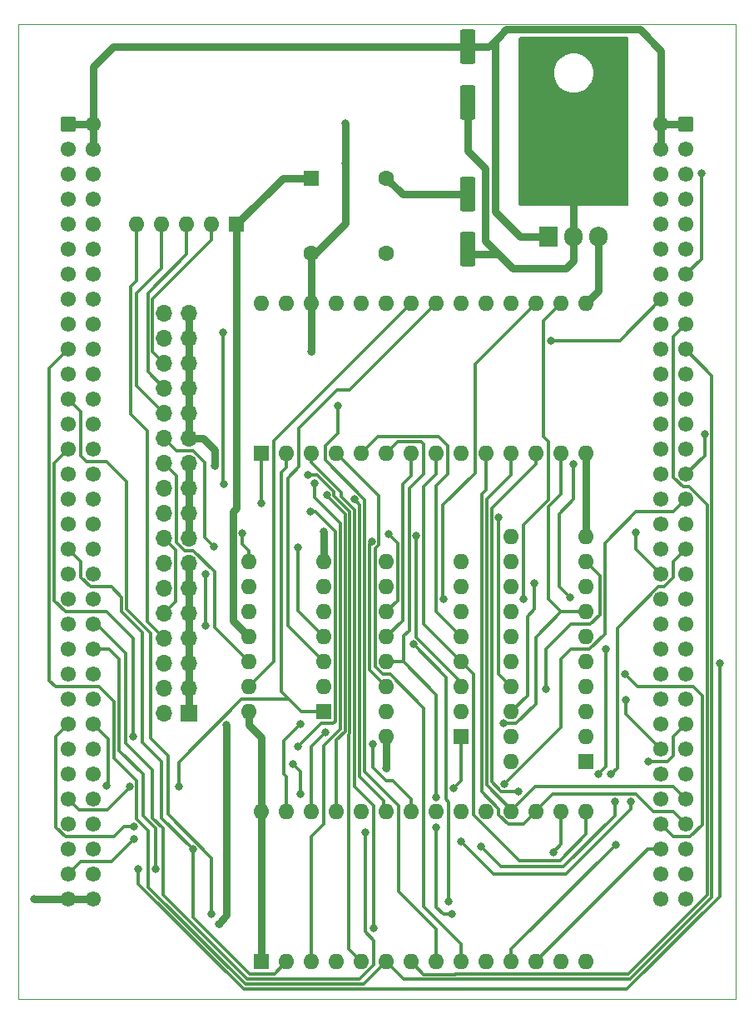
<source format=gbr>
%TF.GenerationSoftware,KiCad,Pcbnew,7.0.11+1*%
%TF.CreationDate,2024-05-07T21:52:51+02:00*%
%TF.ProjectId,QL_MiniTrump3,514c5f4d-696e-4695-9472-756d70332e6b,01*%
%TF.SameCoordinates,Original*%
%TF.FileFunction,Copper,L1,Top*%
%TF.FilePolarity,Positive*%
%FSLAX46Y46*%
G04 Gerber Fmt 4.6, Leading zero omitted, Abs format (unit mm)*
G04 Created by KiCad (PCBNEW 7.0.11+1) date 2024-05-07 21:52:51*
%MOMM*%
%LPD*%
G01*
G04 APERTURE LIST*
G04 Aperture macros list*
%AMRoundRect*
0 Rectangle with rounded corners*
0 $1 Rounding radius*
0 $2 $3 $4 $5 $6 $7 $8 $9 X,Y pos of 4 corners*
0 Add a 4 corners polygon primitive as box body*
4,1,4,$2,$3,$4,$5,$6,$7,$8,$9,$2,$3,0*
0 Add four circle primitives for the rounded corners*
1,1,$1+$1,$2,$3*
1,1,$1+$1,$4,$5*
1,1,$1+$1,$6,$7*
1,1,$1+$1,$8,$9*
0 Add four rect primitives between the rounded corners*
20,1,$1+$1,$2,$3,$4,$5,0*
20,1,$1+$1,$4,$5,$6,$7,0*
20,1,$1+$1,$6,$7,$8,$9,0*
20,1,$1+$1,$8,$9,$2,$3,0*%
G04 Aperture macros list end*
%TA.AperFunction,ComponentPad*%
%ADD10R,1.905000X2.000000*%
%TD*%
%TA.AperFunction,ComponentPad*%
%ADD11O,1.905000X2.000000*%
%TD*%
%TA.AperFunction,ComponentPad*%
%ADD12R,1.600000X1.600000*%
%TD*%
%TA.AperFunction,ComponentPad*%
%ADD13O,1.600000X1.600000*%
%TD*%
%TA.AperFunction,ComponentPad*%
%ADD14RoundRect,0.249999X-0.525001X0.525001X-0.525001X-0.525001X0.525001X-0.525001X0.525001X0.525001X0*%
%TD*%
%TA.AperFunction,ComponentPad*%
%ADD15C,1.550000*%
%TD*%
%TA.AperFunction,ComponentPad*%
%ADD16R,1.700000X1.700000*%
%TD*%
%TA.AperFunction,ComponentPad*%
%ADD17O,1.700000X1.700000*%
%TD*%
%TA.AperFunction,ComponentPad*%
%ADD18RoundRect,0.249999X0.525001X-0.525001X0.525001X0.525001X-0.525001X0.525001X-0.525001X-0.525001X0*%
%TD*%
%TA.AperFunction,SMDPad,CuDef*%
%ADD19RoundRect,0.250000X-0.550000X1.500000X-0.550000X-1.500000X0.550000X-1.500000X0.550000X1.500000X0*%
%TD*%
%TA.AperFunction,ComponentPad*%
%ADD20C,1.600000*%
%TD*%
%TA.AperFunction,ViaPad*%
%ADD21C,0.800000*%
%TD*%
%TA.AperFunction,Conductor*%
%ADD22C,0.750000*%
%TD*%
%TA.AperFunction,Conductor*%
%ADD23C,0.350000*%
%TD*%
%TA.AperFunction,Profile*%
%ADD24C,0.050000*%
%TD*%
G04 APERTURE END LIST*
D10*
%TO.P,U18,1,VI*%
%TO.N,+9V*%
X182372000Y-65913000D03*
D11*
%TO.P,U18,2,GND*%
%TO.N,GND*%
X184912000Y-65913000D03*
%TO.P,U18,3,VO*%
%TO.N,+5V*%
X187452000Y-65913000D03*
%TD*%
D12*
%TO.P,U14,1,VPP*%
%TO.N,+5V*%
X153162000Y-139573000D03*
D13*
%TO.P,U14,2,A12*%
%TO.N,/A12*%
X155702000Y-139573000D03*
%TO.P,U14,3,A7*%
%TO.N,/A7*%
X158242000Y-139573000D03*
%TO.P,U14,4,A6*%
%TO.N,/A6*%
X160782000Y-139573000D03*
%TO.P,U14,5,A5*%
%TO.N,/A5*%
X163322000Y-139573000D03*
%TO.P,U14,6,A4*%
%TO.N,/A4*%
X165862000Y-139573000D03*
%TO.P,U14,7,A3*%
%TO.N,/A3*%
X168402000Y-139573000D03*
%TO.P,U14,8,A2*%
%TO.N,/A2*%
X170942000Y-139573000D03*
%TO.P,U14,9,A1*%
%TO.N,/A1*%
X173482000Y-139573000D03*
%TO.P,U14,10,A0*%
%TO.N,/A0*%
X176022000Y-139573000D03*
%TO.P,U14,11,D0*%
%TO.N,/D0*%
X178562000Y-139573000D03*
%TO.P,U14,12,D1*%
%TO.N,/D1*%
X181102000Y-139573000D03*
%TO.P,U14,13,D2*%
%TO.N,/D2*%
X183642000Y-139573000D03*
%TO.P,U14,14,GND*%
%TO.N,GND*%
X186182000Y-139573000D03*
%TO.P,U14,15,D3*%
%TO.N,/D3*%
X186182000Y-124333000D03*
%TO.P,U14,16,D4*%
%TO.N,/D4*%
X183642000Y-124333000D03*
%TO.P,U14,17,D5*%
%TO.N,/D5*%
X181102000Y-124333000D03*
%TO.P,U14,18,D6*%
%TO.N,/D6*%
X178562000Y-124333000D03*
%TO.P,U14,19,D7*%
%TO.N,/D7*%
X176022000Y-124333000D03*
%TO.P,U14,20,~{CE}*%
%TO.N,/ROM_CE*%
X173482000Y-124333000D03*
%TO.P,U14,21,A10*%
%TO.N,/A10*%
X170942000Y-124333000D03*
%TO.P,U14,22,~{OE}*%
%TO.N,/ROM_OE*%
X168402000Y-124333000D03*
%TO.P,U14,23,A11*%
%TO.N,/A11*%
X165862000Y-124333000D03*
%TO.P,U14,24,A9*%
%TO.N,/A9*%
X163322000Y-124333000D03*
%TO.P,U14,25,A8*%
%TO.N,/A8*%
X160782000Y-124333000D03*
%TO.P,U14,26,A13*%
%TO.N,/A13*%
X158242000Y-124333000D03*
%TO.P,U14,27,A14*%
%TO.N,/A14*%
X155702000Y-124333000D03*
%TO.P,U14,28,VCC*%
%TO.N,+5V*%
X153162000Y-124333000D03*
%TD*%
D14*
%TO.P,J1,a1,Vin*%
%TO.N,+9V*%
X133477000Y-54483000D03*
D15*
%TO.P,J1,a2,-12V*%
%TO.N,unconnected-(J1--12V-Pada2)*%
X133477000Y-57023000D03*
%TO.P,J1,a3,+12V*%
%TO.N,unconnected-(J1-+12V-Pada3)*%
X133477000Y-59563000D03*
%TO.P,J1,a4,SP0*%
%TO.N,/SP0*%
X133477000Y-62103000D03*
%TO.P,J1,a5,SP1*%
%TO.N,/SP1*%
X133477000Y-64643000D03*
%TO.P,J1,a6,~{DSMC}*%
%TO.N,/DSMC*%
X133477000Y-67183000D03*
%TO.P,J1,a7,SP2*%
%TO.N,/SP2*%
X133477000Y-69723000D03*
%TO.P,J1,a8,~{DBG}*%
%TO.N,unconnected-(J1-~{DBG}-Pada8)*%
X133477000Y-72263000D03*
%TO.P,J1,a9,A3*%
%TO.N,/A3*%
X133477000Y-74803000D03*
%TO.P,J1,a10,A4*%
%TO.N,/A4*%
X133477000Y-77343000D03*
%TO.P,J1,a11,A5*%
%TO.N,/A5*%
X133477000Y-79883000D03*
%TO.P,J1,a12,A6*%
%TO.N,/A6*%
X133477000Y-82423000D03*
%TO.P,J1,a13,A7*%
%TO.N,/A7*%
X133477000Y-84963000D03*
%TO.P,J1,a14,A8*%
%TO.N,/A8*%
X133477000Y-87503000D03*
%TO.P,J1,a15,A9*%
%TO.N,/A9*%
X133477000Y-90043000D03*
%TO.P,J1,a16,A10*%
%TO.N,/A10*%
X133477000Y-92583000D03*
%TO.P,J1,a17,A11*%
%TO.N,/A11*%
X133477000Y-95123000D03*
%TO.P,J1,a18,A12*%
%TO.N,/A12*%
X133477000Y-97663000D03*
%TO.P,J1,a19,A13*%
%TO.N,/A13*%
X133477000Y-100203000D03*
%TO.P,J1,a20,A14*%
%TO.N,/A14*%
X133477000Y-102743000D03*
%TO.P,J1,a21,RED*%
%TO.N,unconnected-(J1-RED-Pada21)*%
X133477000Y-105283000D03*
%TO.P,J1,a22,CLKCPU*%
%TO.N,unconnected-(J1-CLKCPU-Pada22)*%
X133477000Y-107823000D03*
%TO.P,J1,a23,A16*%
%TO.N,/A16*%
X133477000Y-110363000D03*
%TO.P,J1,a24,A17*%
%TO.N,/A17*%
X133477000Y-112903000D03*
%TO.P,J1,a25,A18*%
%TO.N,/A18*%
X133477000Y-115443000D03*
%TO.P,J1,a26,A19*%
%TO.N,/A19*%
X133477000Y-117983000D03*
%TO.P,J1,a27,D7*%
%TO.N,/D7*%
X133477000Y-120523000D03*
%TO.P,J1,a28,D6*%
%TO.N,/D6*%
X133477000Y-123063000D03*
%TO.P,J1,a29,D5*%
%TO.N,/D5*%
X133477000Y-125603000D03*
%TO.P,J1,a30,D4*%
%TO.N,/D4*%
X133477000Y-128143000D03*
%TO.P,J1,a31,D3*%
%TO.N,/D3*%
X133477000Y-130683000D03*
%TO.P,J1,a32,GND*%
%TO.N,GND*%
X133477000Y-133223000D03*
%TO.P,J1,b1,Vin*%
%TO.N,+9V*%
X136017000Y-54483000D03*
%TO.P,J1,b2,Vin*%
X136017000Y-57023000D03*
%TO.P,J1,b3,~{EXTINT}*%
%TO.N,/EXTINTL*%
X136017000Y-59563000D03*
%TO.P,J1,b4,~{IPL1}*%
%TO.N,unconnected-(J1-~{IPL1}-Padb4)*%
X136017000Y-62103000D03*
%TO.P,J1,b5,~{BERR}*%
%TO.N,unconnected-(J1-~{BERR}-Padb5)*%
X136017000Y-64643000D03*
%TO.P,J1,b6,~{IPLO}*%
%TO.N,unconnected-(J1-~{IPLO}-Padb6)*%
X136017000Y-67183000D03*
%TO.P,J1,b7,SP3*%
%TO.N,/SP3*%
X136017000Y-69723000D03*
%TO.P,J1,b8,A2*%
%TO.N,/A2*%
X136017000Y-72263000D03*
%TO.P,J1,b9,G9*%
%TO.N,/A1*%
X136017000Y-74803000D03*
%TO.P,J1,b10,ROMOEH*%
%TO.N,unconnected-(J1-ROMOEH-Padb10)*%
X136017000Y-77343000D03*
%TO.P,J1,b11,A0*%
%TO.N,/A0*%
X136017000Y-79883000D03*
%TO.P,J1,b12,FC0*%
%TO.N,unconnected-(J1-FC0-Padb12)*%
X136017000Y-82423000D03*
%TO.P,J1,b13,FC1*%
%TO.N,unconnected-(J1-FC1-Padb13)*%
X136017000Y-84963000D03*
%TO.P,J1,b14,FC2*%
%TO.N,unconnected-(J1-FC2-Padb14)*%
X136017000Y-87503000D03*
%TO.P,J1,b15,BLUE*%
%TO.N,unconnected-(J1-BLUE-Padb15)*%
X136017000Y-90043000D03*
%TO.P,J1,b16,GREEN*%
%TO.N,unconnected-(J1-GREEN-Padb16)*%
X136017000Y-92583000D03*
%TO.P,J1,b17,~{VPA}*%
%TO.N,/VPA*%
X136017000Y-95123000D03*
%TO.P,J1,b18,VSYNCH*%
%TO.N,unconnected-(J1-VSYNCH-Padb18)*%
X136017000Y-97663000D03*
%TO.P,J1,b19,E*%
%TO.N,/E*%
X136017000Y-100203000D03*
%TO.P,J1,b20,~{CSYNC}*%
%TO.N,unconnected-(J1-~{CSYNC}-Padb20)*%
X136017000Y-102743000D03*
%TO.P,J1,b21,~{RESETCPU}*%
%TO.N,/RESET*%
X136017000Y-105283000D03*
%TO.P,J1,b22,A15*%
%TO.N,/A15*%
X136017000Y-107823000D03*
%TO.P,J1,b23,~{BR}*%
%TO.N,unconnected-(J1-~{BR}-Padb23)*%
X136017000Y-110363000D03*
%TO.P,J1,b24,~{BG}*%
%TO.N,unconnected-(J1-~{BG}-Padb24)*%
X136017000Y-112903000D03*
%TO.P,J1,b25,~{DTACK}*%
%TO.N,/DTACKL*%
X136017000Y-115443000D03*
%TO.P,J1,b26,~{DRW}*%
%TO.N,/RW*%
X136017000Y-117983000D03*
%TO.P,J1,b27,~{DS}*%
%TO.N,/DS*%
X136017000Y-120523000D03*
%TO.P,J1,b28,~{AS}*%
%TO.N,unconnected-(J1-~{AS}-Padb28)*%
X136017000Y-123063000D03*
%TO.P,J1,b29,D0*%
%TO.N,/D0*%
X136017000Y-125603000D03*
%TO.P,J1,b30,D1*%
%TO.N,/D1*%
X136017000Y-128143000D03*
%TO.P,J1,b31,D2*%
%TO.N,/D2*%
X136017000Y-130683000D03*
%TO.P,J1,b32,GND*%
%TO.N,GND*%
X136017000Y-133223000D03*
%TD*%
D16*
%TO.P,J2,1,Pin_1*%
%TO.N,GND*%
X145796000Y-114300000D03*
D17*
%TO.P,J2,2,Pin_2*%
%TO.N,unconnected-(J2-Pin_2-Pad2)*%
X143256000Y-114300000D03*
%TO.P,J2,3,Pin_3*%
%TO.N,GND*%
X145796000Y-111760000D03*
%TO.P,J2,4,Pin_4*%
%TO.N,unconnected-(J2-Pin_4-Pad4)*%
X143256000Y-111760000D03*
%TO.P,J2,5,Pin_5*%
%TO.N,GND*%
X145796000Y-109220000D03*
%TO.P,J2,6,Pin_6*%
%TO.N,unconnected-(J2-Pin_6-Pad6)*%
X143256000Y-109220000D03*
%TO.P,J2,7,Pin_7*%
%TO.N,GND*%
X145796000Y-106680000D03*
%TO.P,J2,8,Pin_8*%
%TO.N,/FDC_IP*%
X143256000Y-106680000D03*
%TO.P,J2,9,Pin_9*%
%TO.N,GND*%
X145796000Y-104140000D03*
%TO.P,J2,10,Pin_10*%
%TO.N,/MOTOR_ON*%
X143256000Y-104140000D03*
%TO.P,J2,11,Pin_11*%
%TO.N,GND*%
X145796000Y-101600000D03*
%TO.P,J2,12,Pin_12*%
%TO.N,/DS1*%
X143256000Y-101600000D03*
%TO.P,J2,13,Pin_13*%
%TO.N,GND*%
X145796000Y-99060000D03*
%TO.P,J2,14,Pin_14*%
%TO.N,/DS0*%
X143256000Y-99060000D03*
%TO.P,J2,15,Pin_15*%
%TO.N,GND*%
X145796000Y-96520000D03*
%TO.P,J2,16,Pin_16*%
%TO.N,/MOTOR_ON*%
X143256000Y-96520000D03*
%TO.P,J2,17,Pin_17*%
%TO.N,GND*%
X145796000Y-93980000D03*
%TO.P,J2,18,Pin_18*%
%TO.N,/DIR*%
X143256000Y-93980000D03*
%TO.P,J2,19,Pin_19*%
%TO.N,GND*%
X145796000Y-91440000D03*
%TO.P,J2,20,Pin_20*%
%TO.N,/STEP*%
X143256000Y-91440000D03*
%TO.P,J2,21,Pin_21*%
%TO.N,GND*%
X145796000Y-88900000D03*
%TO.P,J2,22,Pin_22*%
%TO.N,/DATA_WR*%
X143256000Y-88900000D03*
%TO.P,J2,23,Pin_23*%
%TO.N,GND*%
X145796000Y-86360000D03*
%TO.P,J2,24,Pin_24*%
%TO.N,/GATE_WR*%
X143256000Y-86360000D03*
%TO.P,J2,25,Pin_25*%
%TO.N,GND*%
X145796000Y-83820000D03*
%TO.P,J2,26,Pin_26*%
%TO.N,/FDC_T0*%
X143256000Y-83820000D03*
%TO.P,J2,27,Pin_27*%
%TO.N,GND*%
X145796000Y-81280000D03*
%TO.P,J2,28,Pin_28*%
%TO.N,/FDC_WPRT*%
X143256000Y-81280000D03*
%TO.P,J2,29,Pin_29*%
%TO.N,GND*%
X145796000Y-78740000D03*
%TO.P,J2,30,Pin_30*%
%TO.N,/FDC_RD*%
X143256000Y-78740000D03*
%TO.P,J2,31,Pin_31*%
%TO.N,GND*%
X145796000Y-76200000D03*
%TO.P,J2,32,Pin_32*%
%TO.N,/HEAD*%
X143256000Y-76200000D03*
%TO.P,J2,33,Pin_33*%
%TO.N,GND*%
X145796000Y-73660000D03*
%TO.P,J2,34,Pin_34*%
%TO.N,unconnected-(J2-Pin_34-Pad34)*%
X143256000Y-73660000D03*
%TD*%
D18*
%TO.P,J3,a1,Vin*%
%TO.N,+9V*%
X196342000Y-54483000D03*
D15*
%TO.P,J3,a2,-12V*%
%TO.N,unconnected-(J3--12V-Pada2)*%
X196342000Y-57023000D03*
%TO.P,J3,a3,+12V*%
%TO.N,unconnected-(J3-+12V-Pada3)*%
X196342000Y-59563000D03*
%TO.P,J3,a4,SP0*%
%TO.N,/SP0*%
X196342000Y-62103000D03*
%TO.P,J3,a5,SP1*%
%TO.N,/SP1*%
X196342000Y-64643000D03*
%TO.P,J3,a6,~{DSMC}*%
%TO.N,/DSMC*%
X196342000Y-67183000D03*
%TO.P,J3,a7,SP2*%
%TO.N,/SP2*%
X196342000Y-69723000D03*
%TO.P,J3,a8,~{DBG}*%
%TO.N,unconnected-(J3-~{DBG}-Pada8)*%
X196342000Y-72263000D03*
%TO.P,J3,a9,A3*%
%TO.N,/A3*%
X196342000Y-74803000D03*
%TO.P,J3,a10,A4*%
%TO.N,/A4*%
X196342000Y-77343000D03*
%TO.P,J3,a11,A5*%
%TO.N,/A5*%
X196342000Y-79883000D03*
%TO.P,J3,a12,A6*%
%TO.N,/A6*%
X196342000Y-82423000D03*
%TO.P,J3,a13,A7*%
%TO.N,/A7*%
X196342000Y-84963000D03*
%TO.P,J3,a14,A8*%
%TO.N,/A8*%
X196342000Y-87503000D03*
%TO.P,J3,a15,A9*%
%TO.N,/A9*%
X196342000Y-90043000D03*
%TO.P,J3,a16,A10*%
%TO.N,/A10*%
X196342000Y-92583000D03*
%TO.P,J3,a17,A11*%
%TO.N,/A11*%
X196342000Y-95123000D03*
%TO.P,J3,a18,A12*%
%TO.N,/A12*%
X196342000Y-97663000D03*
%TO.P,J3,a19,A13*%
%TO.N,/A13*%
X196342000Y-100203000D03*
%TO.P,J3,a20,A14*%
%TO.N,/A14*%
X196342000Y-102743000D03*
%TO.P,J3,a21,RED*%
%TO.N,unconnected-(J3-RED-Pada21)*%
X196342000Y-105283000D03*
%TO.P,J3,a22,CLKCPU*%
%TO.N,unconnected-(J3-CLKCPU-Pada22)*%
X196342000Y-107823000D03*
%TO.P,J3,a23,A16*%
%TO.N,/A16*%
X196342000Y-110363000D03*
%TO.P,J3,a24,A17*%
%TO.N,/A17*%
X196342000Y-112903000D03*
%TO.P,J3,a25,A18*%
%TO.N,/A18*%
X196342000Y-115443000D03*
%TO.P,J3,a26,A19*%
%TO.N,/A19*%
X196342000Y-117983000D03*
%TO.P,J3,a27,D7*%
%TO.N,/D7*%
X196342000Y-120523000D03*
%TO.P,J3,a28,D6*%
%TO.N,/D6*%
X196342000Y-123063000D03*
%TO.P,J3,a29,D5*%
%TO.N,/D5*%
X196342000Y-125603000D03*
%TO.P,J3,a30,D4*%
%TO.N,/D4*%
X196342000Y-128143000D03*
%TO.P,J3,a31,D3*%
%TO.N,/D3*%
X196342000Y-130683000D03*
%TO.P,J3,a32,GND*%
%TO.N,GND*%
X196342000Y-133223000D03*
%TO.P,J3,b1,Vin*%
%TO.N,+9V*%
X193802000Y-54483000D03*
%TO.P,J3,b2,Vin*%
X193802000Y-57023000D03*
%TO.P,J3,b3,~{EXTINT}*%
%TO.N,/EXTINTL*%
X193802000Y-59563000D03*
%TO.P,J3,b4,~{IPL1}*%
%TO.N,unconnected-(J3-~{IPL1}-Padb4)*%
X193802000Y-62103000D03*
%TO.P,J3,b5,~{BERR}*%
%TO.N,unconnected-(J3-~{BERR}-Padb5)*%
X193802000Y-64643000D03*
%TO.P,J3,b6,~{IPLO}*%
%TO.N,unconnected-(J3-~{IPLO}-Padb6)*%
X193802000Y-67183000D03*
%TO.P,J3,b7,SP3*%
%TO.N,/SP3*%
X193802000Y-69723000D03*
%TO.P,J3,b8,A2*%
%TO.N,/A2*%
X193802000Y-72263000D03*
%TO.P,J3,b9,G9*%
%TO.N,/A1*%
X193802000Y-74803000D03*
%TO.P,J3,b10,ROMOEH*%
%TO.N,unconnected-(J3-ROMOEH-Padb10)*%
X193802000Y-77343000D03*
%TO.P,J3,b11,A0*%
%TO.N,/A0*%
X193802000Y-79883000D03*
%TO.P,J3,b12,FC0*%
%TO.N,unconnected-(J3-FC0-Padb12)*%
X193802000Y-82423000D03*
%TO.P,J3,b13,FC1*%
%TO.N,unconnected-(J3-FC1-Padb13)*%
X193802000Y-84963000D03*
%TO.P,J3,b14,FC2*%
%TO.N,unconnected-(J3-FC2-Padb14)*%
X193802000Y-87503000D03*
%TO.P,J3,b15,BLUE*%
%TO.N,unconnected-(J3-BLUE-Padb15)*%
X193802000Y-90043000D03*
%TO.P,J3,b16,GREEN*%
%TO.N,unconnected-(J3-GREEN-Padb16)*%
X193802000Y-92583000D03*
%TO.P,J3,b17,~{VPA}*%
%TO.N,/VPA*%
X193802000Y-95123000D03*
%TO.P,J3,b18,VSYNCH*%
%TO.N,unconnected-(J3-VSYNCH-Padb18)*%
X193802000Y-97663000D03*
%TO.P,J3,b19,E*%
%TO.N,/E*%
X193802000Y-100203000D03*
%TO.P,J3,b20,~{CSYNC}*%
%TO.N,unconnected-(J3-~{CSYNC}-Padb20)*%
X193802000Y-102743000D03*
%TO.P,J3,b21,~{RESETCPU}*%
%TO.N,/RESET*%
X193802000Y-105283000D03*
%TO.P,J3,b22,A15*%
%TO.N,/A15*%
X193802000Y-107823000D03*
%TO.P,J3,b23,~{BR}*%
%TO.N,unconnected-(J3-~{BR}-Padb23)*%
X193802000Y-110363000D03*
%TO.P,J3,b24,~{BG}*%
%TO.N,unconnected-(J3-~{BG}-Padb24)*%
X193802000Y-112903000D03*
%TO.P,J3,b25,~{DTACK}*%
%TO.N,/DTACKL*%
X193802000Y-115443000D03*
%TO.P,J3,b26,~{DRW}*%
%TO.N,/RW*%
X193802000Y-117983000D03*
%TO.P,J3,b27,~{DS}*%
%TO.N,/DS*%
X193802000Y-120523000D03*
%TO.P,J3,b28,~{AS}*%
%TO.N,unconnected-(J3-~{AS}-Padb28)*%
X193802000Y-123063000D03*
%TO.P,J3,b29,D0*%
%TO.N,/D0*%
X193802000Y-125603000D03*
%TO.P,J3,b30,D1*%
%TO.N,/D1*%
X193802000Y-128143000D03*
%TO.P,J3,b31,D2*%
%TO.N,/D2*%
X193802000Y-130683000D03*
%TO.P,J3,b32,GND*%
%TO.N,GND*%
X193802000Y-133223000D03*
%TD*%
D12*
%TO.P,U13,1,~{CS}*%
%TO.N,/FDCON_CS*%
X153162000Y-87889000D03*
D13*
%TO.P,U13,2,R/~{W}*%
%TO.N,/RW*%
X155702000Y-87889000D03*
%TO.P,U13,3,A0*%
%TO.N,/A0*%
X158242000Y-87889000D03*
%TO.P,U13,4,A1*%
%TO.N,/A1*%
X160782000Y-87889000D03*
%TO.P,U13,5,DI0*%
%TO.N,/D0*%
X163322000Y-87889000D03*
%TO.P,U13,6,DI1*%
%TO.N,/D1*%
X165862000Y-87889000D03*
%TO.P,U13,7,DI2*%
%TO.N,/D2*%
X168402000Y-87889000D03*
%TO.P,U13,8,DI3*%
%TO.N,/D3*%
X170942000Y-87889000D03*
%TO.P,U13,9,DI4*%
%TO.N,/D4*%
X173482000Y-87889000D03*
%TO.P,U13,10,DI5*%
%TO.N,/D5*%
X176022000Y-87889000D03*
%TO.P,U13,11,DI6*%
%TO.N,/D6*%
X178562000Y-87889000D03*
%TO.P,U13,12,DI7*%
%TO.N,/D7*%
X181102000Y-87889000D03*
%TO.P,U13,13,~{MR}*%
%TO.N,/RESET*%
X183642000Y-87889000D03*
%TO.P,U13,14,GND*%
%TO.N,GND*%
X186182000Y-87889000D03*
%TO.P,U13,15,VCC*%
%TO.N,+5V*%
X186182000Y-72649000D03*
%TO.P,U13,16,STEP*%
%TO.N,/FDC_STEP*%
X183642000Y-72649000D03*
%TO.P,U13,17,DIRC*%
%TO.N,/FDC_DIR*%
X181102000Y-72649000D03*
%TO.P,U13,18,CLK*%
%TO.N,Net-(U13-CLK)*%
X178562000Y-72649000D03*
%TO.P,U13,19,~{RD}*%
%TO.N,/FDC_RD*%
X176022000Y-72649000D03*
%TO.P,U13,20,MOTOR*%
%TO.N,unconnected-(U13-MOTOR-Pad20)*%
X173482000Y-72649000D03*
%TO.P,U13,21,WG*%
%TO.N,/FDC_WG*%
X170942000Y-72649000D03*
%TO.P,U13,22,WD*%
%TO.N,/FDC_WD*%
X168402000Y-72649000D03*
%TO.P,U13,23,~{TR00}*%
%TO.N,/FDC_T0*%
X165862000Y-72649000D03*
%TO.P,U13,24,~{IP}*%
%TO.N,/FDC_IP*%
X163322000Y-72649000D03*
%TO.P,U13,25,~{WPRT}*%
%TO.N,/FDC_WPRT*%
X160782000Y-72649000D03*
%TO.P,U13,26,~{DDEN}*%
%TO.N,GND*%
X158242000Y-72649000D03*
%TO.P,U13,27,DRQ*%
%TO.N,unconnected-(U13-DRQ-Pad27)*%
X155702000Y-72649000D03*
%TO.P,U13,28,INTRQ*%
%TO.N,unconnected-(U13-INTRQ-Pad28)*%
X153162000Y-72649000D03*
%TD*%
D19*
%TO.P,C16,1*%
%TO.N,+5V*%
X174117000Y-61583000D03*
%TO.P,C16,2*%
%TO.N,GND*%
X174117000Y-67183000D03*
%TD*%
D12*
%TO.P,U1,1,I1/CLK*%
%TO.N,/DS*%
X186182000Y-119253000D03*
D13*
%TO.P,U1,2,I2*%
%TO.N,/A19*%
X186182000Y-116713000D03*
%TO.P,U1,3,I3*%
%TO.N,/A18*%
X186182000Y-114173000D03*
%TO.P,U1,4,I4*%
%TO.N,/A17*%
X186182000Y-111633000D03*
%TO.P,U1,5,I5*%
%TO.N,/A16*%
X186182000Y-109093000D03*
%TO.P,U1,6,I6*%
%TO.N,/A15*%
X186182000Y-106553000D03*
%TO.P,U1,7,I7*%
%TO.N,/RESET*%
X186182000Y-104013000D03*
%TO.P,U1,8,I8*%
%TO.N,/A14*%
X186182000Y-101473000D03*
%TO.P,U1,9,I9*%
%TO.N,/A13*%
X186182000Y-98933000D03*
%TO.P,U1,10,GND*%
%TO.N,GND*%
X186182000Y-96393000D03*
%TO.P,U1,11,I10/~{OE}*%
%TO.N,/MUX*%
X178562000Y-96393000D03*
%TO.P,U1,12,IO8*%
%TO.N,Net-(D1-A)*%
X178562000Y-98933000D03*
%TO.P,U1,13,IO7*%
%TO.N,unconnected-(U1-IO7-Pad13)*%
X178562000Y-101473000D03*
%TO.P,U1,14,IO6*%
%TO.N,/CLKCT*%
X178562000Y-104013000D03*
%TO.P,U1,15,IO5*%
%TO.N,/MA8*%
X178562000Y-106553000D03*
%TO.P,U1,16,IO4*%
%TO.N,unconnected-(U1-IO4-Pad16)*%
X178562000Y-109093000D03*
%TO.P,U1,17,I03*%
%TO.N,/FDCON_CS*%
X178562000Y-111633000D03*
%TO.P,U1,18,IO2*%
%TO.N,/CS175*%
X178562000Y-114173000D03*
%TO.P,U1,19,IO1*%
%TO.N,/ROM_CE*%
X178562000Y-116713000D03*
%TO.P,U1,20,VCC*%
%TO.N,+5V*%
X178562000Y-119253000D03*
%TD*%
D12*
%TO.P,U17,1,~{Mr}*%
%TO.N,/RESET*%
X173482000Y-116713000D03*
D13*
%TO.P,U17,2,Q0*%
%TO.N,unconnected-(U17-Q0-Pad2)*%
X173482000Y-114173000D03*
%TO.P,U17,3,~{Q0}*%
%TO.N,/HEAD*%
X173482000Y-111633000D03*
%TO.P,U17,4,D0*%
%TO.N,/D3*%
X173482000Y-109093000D03*
%TO.P,U17,5,D1*%
%TO.N,/D0*%
X173482000Y-106553000D03*
%TO.P,U17,6,~{Q1}*%
%TO.N,/DS1*%
X173482000Y-104013000D03*
%TO.P,U17,7,Q1*%
%TO.N,unconnected-(U17-Q1-Pad7)*%
X173482000Y-101473000D03*
%TO.P,U17,8,GND*%
%TO.N,GND*%
X173482000Y-98933000D03*
%TO.P,U17,9,Cp*%
%TO.N,/CS175*%
X165862000Y-98933000D03*
%TO.P,U17,10,Q2*%
%TO.N,unconnected-(U17-Q2-Pad10)*%
X165862000Y-101473000D03*
%TO.P,U17,11,~{Q2}*%
%TO.N,/MOTOR_ON*%
X165862000Y-104013000D03*
%TO.P,U17,12,D2*%
%TO.N,/D2*%
X165862000Y-106553000D03*
%TO.P,U17,13,D3*%
%TO.N,/D1*%
X165862000Y-109093000D03*
%TO.P,U17,14,~{Q3}*%
%TO.N,/DS0*%
X165862000Y-111633000D03*
%TO.P,U17,15,Q3*%
%TO.N,unconnected-(U17-Q3-Pad15)*%
X165862000Y-114173000D03*
%TO.P,U17,16,VCC*%
%TO.N,+5V*%
X165862000Y-116713000D03*
%TD*%
D12*
%TO.P,U15,1*%
%TO.N,/RW*%
X159512000Y-114173000D03*
D13*
%TO.P,U15,2*%
%TO.N,/ROM_OE*%
X159512000Y-111633000D03*
%TO.P,U15,3*%
%TO.N,/FDC_WG*%
X159512000Y-109093000D03*
%TO.P,U15,4*%
%TO.N,/GATE_WR*%
X159512000Y-106553000D03*
%TO.P,U15,5*%
%TO.N,/FDC_DIR*%
X159512000Y-104013000D03*
%TO.P,U15,6*%
%TO.N,/DIR*%
X159512000Y-101473000D03*
%TO.P,U15,7,GND*%
%TO.N,GND*%
X159512000Y-98933000D03*
%TO.P,U15,8*%
%TO.N,/STEP*%
X151892000Y-98933000D03*
%TO.P,U15,9*%
%TO.N,/FDC_STEP*%
X151892000Y-101473000D03*
%TO.P,U15,10*%
%TO.N,unconnected-(U15-Pad10)*%
X151892000Y-104013000D03*
%TO.P,U15,11*%
%TO.N,+5V*%
X151892000Y-106553000D03*
%TO.P,U15,12*%
%TO.N,/DATA_WR*%
X151892000Y-109093000D03*
%TO.P,U15,13*%
%TO.N,/FDC_WD*%
X151892000Y-111633000D03*
%TO.P,U15,14,VCC*%
%TO.N,+5V*%
X151892000Y-114173000D03*
%TD*%
D12*
%TO.P,X1,1,EN*%
%TO.N,+5V*%
X158242000Y-59944000D03*
D20*
%TO.P,X1,4,GND*%
%TO.N,GND*%
X158242000Y-67564000D03*
%TO.P,X1,5,OUT*%
%TO.N,Net-(U13-CLK)*%
X165862000Y-67564000D03*
%TO.P,X1,8,Vcc*%
%TO.N,+5V*%
X165862000Y-59944000D03*
%TD*%
D12*
%TO.P,RN1,1,common*%
%TO.N,+5V*%
X150622000Y-64643000D03*
D13*
%TO.P,RN1,2,R1*%
%TO.N,/FDC_RD*%
X148082000Y-64643000D03*
%TO.P,RN1,3,R2*%
%TO.N,/FDC_WPRT*%
X145542000Y-64643000D03*
%TO.P,RN1,4,R3*%
%TO.N,/FDC_T0*%
X143002000Y-64643000D03*
%TO.P,RN1,5,R4*%
%TO.N,/FDC_IP*%
X140462000Y-64643000D03*
%TD*%
D19*
%TO.P,C14,1*%
%TO.N,+9V*%
X174117000Y-46603000D03*
%TO.P,C14,2*%
%TO.N,GND*%
X174117000Y-52203000D03*
%TD*%
D21*
%TO.N,GND*%
X158242000Y-77597000D03*
X161644600Y-54329600D03*
X148844000Y-135763000D03*
X130048000Y-133223000D03*
X148353500Y-89174900D03*
X159512000Y-95834600D03*
X161644600Y-58410200D03*
X149571900Y-115504000D03*
%TO.N,/SP2*%
X197899900Y-59483100D03*
%TO.N,/A5*%
X157902400Y-90104300D03*
%TO.N,/A6*%
X148082000Y-134742600D03*
%TO.N,/A7*%
X158564400Y-90943300D03*
%TO.N,/A8*%
X159784000Y-92118800D03*
X140074500Y-116713000D03*
%TO.N,/A9*%
X198231900Y-85912200D03*
%TO.N,/A10*%
X177873300Y-121544500D03*
X156337000Y-119507000D03*
X157099000Y-122555000D03*
%TO.N,/A11*%
X162592900Y-92568900D03*
%TO.N,/A12*%
X146177000Y-128143000D03*
X188722000Y-120523000D03*
%TO.N,/A13*%
X182118000Y-111887000D03*
X159645600Y-116280900D03*
%TO.N,/A14*%
X157089900Y-115443000D03*
%TO.N,/A18*%
X192532000Y-119253000D03*
X140208000Y-125857000D03*
%TO.N,/D7*%
X173482000Y-127381000D03*
X190754000Y-123317000D03*
X179324000Y-122291250D03*
%TO.N,/D6*%
X139737000Y-121793000D03*
%TO.N,/D4*%
X187452000Y-120523000D03*
X182833300Y-128427100D03*
X184912000Y-89027000D03*
X188214000Y-107823000D03*
X184529700Y-102509400D03*
%TO.N,/D3*%
X140208000Y-127127000D03*
%TO.N,/A2*%
X182626000Y-76454000D03*
X160893800Y-83058000D03*
%TO.N,/A0*%
X164592000Y-136144000D03*
%TO.N,/E*%
X191262000Y-95928400D03*
X156845000Y-117729000D03*
X158114000Y-93849600D03*
%TO.N,/RESET*%
X177781200Y-115317400D03*
X172668400Y-121953600D03*
X163720500Y-126452200D03*
%TO.N,/A15*%
X140589000Y-130175000D03*
X199771000Y-109220000D03*
X142377400Y-130175000D03*
%TO.N,/RW*%
X144716500Y-121793000D03*
X190246000Y-112991300D03*
%TO.N,/DS*%
X175514000Y-127889000D03*
X189103000Y-123250600D03*
%TO.N,/D0*%
X189164900Y-127700100D03*
X190119000Y-110363000D03*
%TO.N,/D1*%
X170942000Y-122879800D03*
X172558100Y-134690800D03*
X170942000Y-125917800D03*
%TO.N,/D2*%
X172212000Y-133477000D03*
X168603600Y-107299100D03*
%TO.N,/MOTOR_ON*%
X166116000Y-96132700D03*
%TO.N,/STEP*%
X151197800Y-96016400D03*
%TO.N,/GATE_WR*%
X156851600Y-97464300D03*
X148336000Y-97372200D03*
%TO.N,/HEAD*%
X168910000Y-96291400D03*
X149276000Y-75572200D03*
X149301200Y-91059000D03*
%TO.N,/FDCON_CS*%
X153162000Y-92935900D03*
X177280400Y-94375100D03*
%TO.N,/DS0*%
X147447000Y-100203000D03*
X147447000Y-105401400D03*
X164377300Y-96871600D03*
%TO.N,/DTACKL*%
X137381500Y-121705300D03*
%TO.N,/CS175*%
X180916300Y-101099500D03*
%TO.N,+5V*%
X165862000Y-119888000D03*
%TO.N,/FDC_STEP*%
X179832000Y-102743000D03*
%TO.N,/ROM_OE*%
X164489400Y-117475000D03*
%TO.N,/FDC_DIR*%
X171704000Y-102743000D03*
%TD*%
D22*
%TO.N,GND*%
X175895000Y-66294000D02*
X177292000Y-67691000D01*
X145796000Y-78740000D02*
X145796000Y-76200000D01*
X184912000Y-66548000D02*
X184912000Y-68298000D01*
X186182000Y-96393000D02*
X186182000Y-87889000D01*
X159512000Y-98933000D02*
X159512000Y-95834600D01*
X145796000Y-86360000D02*
X147196000Y-86360000D01*
X177292000Y-67691000D02*
X174625000Y-67691000D01*
X145796000Y-81280000D02*
X145796000Y-78740000D01*
X145796000Y-91440000D02*
X145796000Y-88900000D01*
X161644600Y-64542400D02*
X161644600Y-58410200D01*
X145796000Y-111760000D02*
X145796000Y-109220000D01*
X158623000Y-67564000D02*
X161644600Y-64542400D01*
X158242000Y-67945000D02*
X158242000Y-72649000D01*
X145796000Y-106680000D02*
X145796000Y-104140000D01*
X184912000Y-68298000D02*
X184122000Y-69088000D01*
X136388000Y-133223000D02*
X133848000Y-133223000D01*
X145796000Y-104140000D02*
X145796000Y-101600000D01*
X145796000Y-86360000D02*
X145796000Y-83820000D01*
X174625000Y-67691000D02*
X174117000Y-67183000D01*
X184912000Y-60664600D02*
X184912000Y-65618000D01*
X178689000Y-69088000D02*
X175895000Y-66294000D01*
X161644600Y-54329600D02*
X161644600Y-58410200D01*
X147196000Y-86360000D02*
X148353500Y-87517500D01*
X184912000Y-65618000D02*
X184912000Y-66929000D01*
X145796000Y-76200000D02*
X145796000Y-73660000D01*
X145796000Y-96520000D02*
X145796000Y-93980000D01*
X145796000Y-83820000D02*
X145796000Y-81280000D01*
X148844000Y-135763000D02*
X149571900Y-134834100D01*
X145796000Y-109220000D02*
X145796000Y-106680000D01*
X145796000Y-114300000D02*
X145796000Y-111760000D01*
X174117000Y-57150000D02*
X175895000Y-58928000D01*
X175895000Y-58928000D02*
X175895000Y-66294000D01*
X158242000Y-77597000D02*
X158242000Y-72649000D01*
X148353500Y-87517500D02*
X148353500Y-89174900D01*
X133848000Y-133223000D02*
X130048000Y-133223000D01*
X184122000Y-69088000D02*
X178689000Y-69088000D01*
X158623000Y-67564000D02*
X158242000Y-67945000D01*
X145796000Y-93980000D02*
X145796000Y-91440000D01*
X145796000Y-101600000D02*
X145796000Y-99060000D01*
X149571900Y-134834100D02*
X149571900Y-115504000D01*
X174117000Y-52203000D02*
X174117000Y-57150000D01*
%TO.N,+9V*%
X193802000Y-54483000D02*
X193802000Y-46990000D01*
X196342000Y-54483000D02*
X193802000Y-54483000D01*
X136017000Y-57023000D02*
X136017000Y-54483000D01*
X191643000Y-44831000D02*
X178054000Y-44831000D01*
X193802000Y-57023000D02*
X193802000Y-54483000D01*
X176911000Y-45974000D02*
X176911000Y-63373000D01*
X182372000Y-65913000D02*
X179451000Y-65913000D01*
X136017000Y-48641000D02*
X138055000Y-46603000D01*
X193802000Y-46990000D02*
X191643000Y-44831000D01*
X176466500Y-46418500D02*
X177228500Y-45656500D01*
X176911000Y-63373000D02*
X179451000Y-65913000D01*
X136017000Y-54483000D02*
X133477000Y-54483000D01*
X174117000Y-46603000D02*
X138055000Y-46603000D01*
X176282000Y-46603000D02*
X176466500Y-46418500D01*
X174117000Y-46603000D02*
X176282000Y-46603000D01*
X177228500Y-45656500D02*
X176911000Y-45974000D01*
X136017000Y-48641000D02*
X136017000Y-54483000D01*
X177228500Y-45656500D02*
X178054000Y-44831000D01*
D23*
%TO.N,/SP2*%
X197899900Y-68165100D02*
X197899900Y-59483100D01*
X196342000Y-69723000D02*
X197899900Y-68165100D01*
%TO.N,/A3*%
X172847000Y-140849900D02*
X172853900Y-140843000D01*
X196651800Y-91313000D02*
X196034800Y-91313000D01*
X198473800Y-93135000D02*
X196651800Y-91313000D01*
X172853900Y-140843000D02*
X190427894Y-140843000D01*
X195072000Y-90350200D02*
X195072000Y-76073000D01*
X198473800Y-132797094D02*
X198473800Y-93135000D01*
X195072000Y-76073000D02*
X196342000Y-74803000D01*
X196034800Y-91313000D02*
X195072000Y-90350200D01*
X169678900Y-140849900D02*
X172847000Y-140849900D01*
X168402000Y-139573000D02*
X169678900Y-140849900D01*
X190427894Y-140843000D02*
X198473800Y-132797094D01*
%TO.N,/A4*%
X131572000Y-110998000D02*
X132207000Y-111633000D01*
X163584100Y-141850900D02*
X165862000Y-139573000D01*
X140462000Y-125085696D02*
X141638100Y-126261795D01*
X138166900Y-118862900D02*
X140462000Y-121158000D01*
X141638100Y-126261795D02*
X141638100Y-131964600D01*
X198973800Y-79974800D02*
X198973800Y-133004200D01*
X138166900Y-113147900D02*
X138166900Y-118862900D01*
X196342000Y-77343000D02*
X198973800Y-79974800D01*
X167638900Y-141349900D02*
X165862000Y-139573000D01*
X190628100Y-141349900D02*
X198973800Y-133004200D01*
X151524400Y-141850900D02*
X163584100Y-141850900D01*
X133477000Y-77343000D02*
X131572000Y-79248000D01*
X141638100Y-131964600D02*
X151524400Y-141850900D01*
X136652000Y-111633000D02*
X138166900Y-113147900D01*
X132207000Y-111633000D02*
X136652000Y-111633000D01*
X131572000Y-79248000D02*
X131572000Y-110998000D01*
X140462000Y-121158000D02*
X140462000Y-125085696D01*
X167638900Y-141349900D02*
X190628100Y-141349900D01*
%TO.N,/A5*%
X158797500Y-90104300D02*
X157902400Y-90104300D01*
X162052000Y-116472200D02*
X162144600Y-116379600D01*
X160510900Y-91817700D02*
X158797500Y-90104300D01*
X162052000Y-138303000D02*
X162052000Y-116472200D01*
X160510900Y-92224900D02*
X160510900Y-91817700D01*
X162144600Y-93858600D02*
X160510900Y-92224900D01*
X162144600Y-116379600D02*
X162144600Y-93858600D01*
X163322000Y-139573000D02*
X162052000Y-138303000D01*
%TO.N,/A6*%
X143637000Y-118618000D02*
X143637000Y-124577696D01*
X139446000Y-103759000D02*
X141858000Y-106171000D01*
X134747000Y-88138000D02*
X135382000Y-88773000D01*
X133477000Y-82423000D02*
X134747000Y-83693000D01*
X135382000Y-88773000D02*
X137414000Y-88773000D01*
X148082000Y-129022695D02*
X148082000Y-134742600D01*
X141858000Y-106171000D02*
X141858000Y-116839000D01*
X139446000Y-90805000D02*
X139446000Y-103759000D01*
X134747000Y-83693000D02*
X134747000Y-88138000D01*
X141858000Y-116839000D02*
X143637000Y-118618000D01*
X143637000Y-124577696D02*
X148082000Y-129022695D01*
X137414000Y-88773000D02*
X139446000Y-90805000D01*
%TO.N,/A7*%
X158242000Y-126873000D02*
X159512000Y-125603000D01*
X161140800Y-115950500D02*
X161140800Y-94984100D01*
X158242000Y-139573000D02*
X158242000Y-126873000D01*
X161140800Y-94984100D02*
X158564400Y-92407700D01*
X159512000Y-125603000D02*
X159512000Y-117579300D01*
X159512000Y-117579300D02*
X161140800Y-115950500D01*
X158564400Y-92407700D02*
X158564400Y-90943300D01*
%TO.N,/A8*%
X133477000Y-87503000D02*
X132072000Y-88908000D01*
X132072000Y-88908000D02*
X132072000Y-102893634D01*
X132072000Y-102893634D02*
X133191365Y-104013000D01*
X133191365Y-104013000D02*
X137414000Y-104013000D01*
X160782000Y-117032400D02*
X161642700Y-116171700D01*
X140074500Y-106673500D02*
X140074500Y-116713000D01*
X161642700Y-94066500D02*
X159784000Y-92207800D01*
X160782000Y-124333000D02*
X160782000Y-117032400D01*
X137414000Y-104013000D02*
X140074500Y-106673500D01*
X161642700Y-116171700D02*
X161642700Y-94066500D01*
X159784000Y-92207800D02*
X159784000Y-92118800D01*
%TO.N,/A9*%
X198231900Y-85912200D02*
X198231900Y-88153100D01*
X198231900Y-88153100D02*
X196342000Y-90043000D01*
%TO.N,/A10*%
X157099000Y-120269000D02*
X156337000Y-119507000D01*
X183642000Y-115775800D02*
X177873300Y-121544500D01*
X191262000Y-93853000D02*
X188087000Y-97028000D01*
X196342000Y-92583000D02*
X195072000Y-93853000D01*
X195072000Y-93853000D02*
X191262000Y-93853000D01*
X188087000Y-97028000D02*
X188087000Y-106259500D01*
X183642000Y-108839000D02*
X183642000Y-115775800D01*
X188087000Y-106259500D02*
X186523500Y-107823000D01*
X157099000Y-122555000D02*
X157099000Y-120269000D01*
X184658000Y-107823000D02*
X183642000Y-108839000D01*
X186523500Y-107823000D02*
X184658000Y-107823000D01*
%TO.N,/A11*%
X165608000Y-123184000D02*
X163148400Y-120724400D01*
X165608000Y-124460000D02*
X165608000Y-123184000D01*
X163148400Y-93124400D02*
X162592900Y-92568900D01*
X163148400Y-120724400D02*
X163148400Y-93124400D01*
%TO.N,/A12*%
X135731365Y-101473000D02*
X137922000Y-101473000D01*
X143002000Y-119253000D02*
X143002000Y-124968000D01*
X195072000Y-100545400D02*
X195072000Y-98933000D01*
X138946000Y-104013000D02*
X140999400Y-106066400D01*
X154448100Y-140826900D02*
X155702000Y-139573000D01*
X189357000Y-105627400D02*
X193511400Y-101473000D01*
X146177000Y-135078500D02*
X151925400Y-140826900D01*
X193511400Y-101473000D02*
X194144400Y-101473000D01*
X140999400Y-117250400D02*
X143002000Y-119253000D01*
X189357000Y-119888000D02*
X189357000Y-105627400D01*
X137922000Y-101473000D02*
X138946000Y-102497000D01*
X151925400Y-140826900D02*
X154448100Y-140826900D01*
X134747000Y-98933000D02*
X134747000Y-100488635D01*
X188722000Y-120523000D02*
X189357000Y-119888000D01*
X194144400Y-101473000D02*
X195072000Y-100545400D01*
X195072000Y-98933000D02*
X196342000Y-97663000D01*
X138946000Y-102497000D02*
X138946000Y-104013000D01*
X146177000Y-128143000D02*
X146177000Y-135078500D01*
X140999400Y-106066400D02*
X140999400Y-117250400D01*
X143002000Y-124968000D02*
X146177000Y-128143000D01*
X134747000Y-100488635D02*
X135731365Y-101473000D01*
X133477000Y-97663000D02*
X134747000Y-98933000D01*
%TO.N,/A13*%
X182118000Y-111887000D02*
X182118000Y-107823000D01*
X187587000Y-100338000D02*
X186182000Y-98933000D01*
X187587000Y-104275000D02*
X187587000Y-100338000D01*
X184658000Y-105283000D02*
X186579000Y-105283000D01*
X158242000Y-117684500D02*
X159645600Y-116280900D01*
X186579000Y-105283000D02*
X187587000Y-104275000D01*
X158242000Y-124333000D02*
X158242000Y-117684500D01*
X182118000Y-107823000D02*
X184658000Y-105283000D01*
%TO.N,/A14*%
X155448000Y-117084900D02*
X157089900Y-115443000D01*
X155448000Y-120523000D02*
X155448000Y-117084900D01*
X155702000Y-120777000D02*
X155448000Y-120523000D01*
X155702000Y-124333000D02*
X155702000Y-120777000D01*
%TO.N,/A18*%
X133191365Y-126873000D02*
X132207000Y-125888635D01*
X132207000Y-125888635D02*
X132207000Y-116713000D01*
X139192000Y-125857000D02*
X140208000Y-125857000D01*
X133191365Y-126873000D02*
X138176000Y-126873000D01*
X138176000Y-126873000D02*
X139192000Y-125857000D01*
X195072000Y-116713000D02*
X196342000Y-115443000D01*
X132207000Y-116713000D02*
X133477000Y-115443000D01*
X195072000Y-118618000D02*
X194437000Y-119253000D01*
X194437000Y-119253000D02*
X192532000Y-119253000D01*
X195072000Y-118618000D02*
X195072000Y-116713000D01*
%TO.N,/D7*%
X173482000Y-127381000D02*
X176784000Y-130683000D01*
X177555750Y-122291250D02*
X179324000Y-122291250D01*
X184150000Y-130683000D02*
X190754000Y-124079000D01*
X176553500Y-121289000D02*
X177555750Y-122291250D01*
X176553500Y-93497400D02*
X176553500Y-121289000D01*
X181102000Y-87889000D02*
X181102000Y-88948900D01*
X181102000Y-88948900D02*
X176553500Y-93497400D01*
X190754000Y-124079000D02*
X190754000Y-123317000D01*
X176784000Y-130683000D02*
X184150000Y-130683000D01*
%TO.N,/D6*%
X178562000Y-87889000D02*
X178562000Y-90072600D01*
X139827000Y-121793000D02*
X139737000Y-121793000D01*
X133477000Y-123063000D02*
X134577000Y-124163000D01*
X178562000Y-90072600D02*
X176051600Y-92583000D01*
X134577000Y-124163000D02*
X137457000Y-124163000D01*
X180975000Y-121793000D02*
X178308000Y-124460000D01*
X196342000Y-123063000D02*
X195072000Y-121793000D01*
X195072000Y-121793000D02*
X180975000Y-121793000D01*
X176051600Y-121628600D02*
X176051600Y-92583000D01*
X137457000Y-124163000D02*
X139827000Y-121793000D01*
X178883000Y-124460000D02*
X176051600Y-121628600D01*
%TO.N,/D5*%
X180848000Y-124460000D02*
X182782400Y-122525600D01*
X182782400Y-122525600D02*
X191232600Y-122525600D01*
X177292000Y-124012009D02*
X177292000Y-124653991D01*
X175551600Y-122271609D02*
X177292000Y-124012009D01*
X177292000Y-124653991D02*
X178241009Y-125603000D01*
X195072000Y-124333000D02*
X196342000Y-125603000D01*
X175551600Y-92075000D02*
X175551600Y-122271609D01*
X178241009Y-125603000D02*
X179832000Y-125603000D01*
X176022000Y-91604600D02*
X175551600Y-92075000D01*
X193040000Y-124333000D02*
X195072000Y-124333000D01*
X176022000Y-87889000D02*
X176022000Y-91604600D01*
X191232600Y-122525600D02*
X193040000Y-124333000D01*
X179832000Y-125603000D02*
X181102000Y-124333000D01*
%TO.N,/D4*%
X183466300Y-94028700D02*
X184912000Y-92583000D01*
X184912000Y-92583000D02*
X184912000Y-89027000D01*
X187452000Y-120523000D02*
X188214000Y-119761000D01*
X183466300Y-101446000D02*
X183466300Y-94028700D01*
X184529700Y-102509400D02*
X183466300Y-101446000D01*
X183642000Y-124333000D02*
X183642000Y-127618400D01*
X188214000Y-119761000D02*
X188214000Y-107823000D01*
X183642000Y-127618400D02*
X182833300Y-128427100D01*
%TO.N,/D3*%
X170942000Y-90043000D02*
X169672000Y-91313000D01*
X169672000Y-105283000D02*
X169672000Y-91313000D01*
X170942000Y-87889000D02*
X170942000Y-90043000D01*
X186182000Y-126619000D02*
X186182000Y-124333000D01*
X183487553Y-129313447D02*
X179411456Y-129313447D01*
X134747000Y-129413000D02*
X137922000Y-129413000D01*
X183487553Y-129313447D02*
X186182000Y-126619000D01*
X179411456Y-129313447D02*
X174752000Y-124653991D01*
X173482000Y-109093000D02*
X169672000Y-105283000D01*
X133477000Y-130683000D02*
X134747000Y-129413000D01*
X174752000Y-110363000D02*
X173482000Y-109093000D01*
X174752000Y-124653991D02*
X174752000Y-110363000D01*
X137922000Y-129413000D02*
X140208000Y-127127000D01*
%TO.N,/A2*%
X167132000Y-132464200D02*
X167132000Y-123710100D01*
X163650300Y-92598400D02*
X159657000Y-88605100D01*
X170942000Y-136274200D02*
X167132000Y-132464200D01*
X163650300Y-120228400D02*
X163650300Y-92598400D01*
X159657000Y-88605100D02*
X159657000Y-87104000D01*
X189611000Y-76454000D02*
X193802000Y-72263000D01*
X167132000Y-123710100D02*
X163650300Y-120228400D01*
X182626000Y-76454000D02*
X189611000Y-76454000D01*
X160893800Y-85867200D02*
X160893800Y-83058000D01*
X170942000Y-139573000D02*
X170942000Y-136274200D01*
X159657000Y-87104000D02*
X160893800Y-85867200D01*
%TO.N,/A1*%
X173482000Y-137752700D02*
X173482000Y-139573000D01*
X169672000Y-133942700D02*
X173482000Y-137752700D01*
X166243200Y-110363000D02*
X169672000Y-113791800D01*
X169672000Y-113791800D02*
X169672000Y-133942700D01*
X165104200Y-97172700D02*
X164707900Y-97569000D01*
X165104200Y-92211200D02*
X165104200Y-97172700D01*
X160782000Y-87889000D02*
X165104200Y-92211200D01*
X164707900Y-97569000D02*
X164707900Y-109571900D01*
X165499000Y-110363000D02*
X166243200Y-110363000D01*
X164707900Y-109571900D02*
X165499000Y-110363000D01*
%TO.N,/A0*%
X158242000Y-88839100D02*
X161288000Y-91885100D01*
X161288000Y-92292200D02*
X162646500Y-93650700D01*
X158242000Y-87889000D02*
X158242000Y-88839100D01*
X164592000Y-123666500D02*
X164592000Y-136144000D01*
X162646500Y-93650700D02*
X162646500Y-121721000D01*
X161288000Y-91885100D02*
X161288000Y-92292200D01*
X162646500Y-121721000D02*
X164592000Y-123666500D01*
%TO.N,/E*%
X193802000Y-100203000D02*
X191262000Y-97663000D01*
X158632200Y-93849600D02*
X158114000Y-93849600D01*
X156845000Y-117729000D02*
X159223300Y-115350700D01*
X159223300Y-115350700D02*
X160436500Y-115350700D01*
X160436500Y-115350700D02*
X160638900Y-115148300D01*
X191262000Y-97663000D02*
X191262000Y-95928400D01*
X160638900Y-95856300D02*
X158632200Y-93849600D01*
X160638900Y-115148300D02*
X160638900Y-95856300D01*
%TO.N,/RESET*%
X163720500Y-136525000D02*
X164592000Y-137396500D01*
X183642000Y-87889000D02*
X183642000Y-92075000D01*
X164592000Y-137396500D02*
X164592000Y-139893991D01*
X164592000Y-139893991D02*
X163136991Y-141349000D01*
X143116700Y-126021942D02*
X142062758Y-124968000D01*
X179071300Y-115317400D02*
X177781200Y-115317400D01*
X151732300Y-141349000D02*
X143116700Y-132733400D01*
X183642000Y-104013000D02*
X182372000Y-102743000D01*
X181039850Y-113348850D02*
X179071300Y-115317400D01*
X183642000Y-104013000D02*
X181039850Y-106615150D01*
X139347500Y-108242500D02*
X136388000Y-105283000D01*
X186182000Y-104013000D02*
X183642000Y-104013000D01*
X142062758Y-124968000D02*
X142062758Y-120063258D01*
X181039850Y-106615150D02*
X181039850Y-113348850D01*
X139347500Y-117348000D02*
X139347500Y-108242500D01*
X173482000Y-121140000D02*
X173482000Y-116713000D01*
X182372000Y-102743000D02*
X182372000Y-93345000D01*
X143116700Y-132733400D02*
X143116700Y-126021942D01*
X183642000Y-92075000D02*
X182372000Y-93345000D01*
X163720500Y-126452200D02*
X163720500Y-136525000D01*
X172668400Y-121953600D02*
X173482000Y-121140000D01*
X163136991Y-141349000D02*
X151732300Y-141349000D01*
X142062758Y-120063258D02*
X139347500Y-117348000D01*
%TO.N,/A15*%
X140589000Y-131622606D02*
X140589000Y-130175000D01*
X142377400Y-130175000D02*
X142377400Y-125989748D01*
X199771000Y-109220000D02*
X199771000Y-132914106D01*
X141097000Y-124709348D02*
X141097000Y-120523000D01*
X137668000Y-107823000D02*
X136398000Y-107823000D01*
X151317293Y-142350900D02*
X140589000Y-131622606D01*
X142377400Y-125989748D02*
X141097000Y-124709348D01*
X199771000Y-132914106D02*
X190334206Y-142350900D01*
X190334206Y-142350900D02*
X151317293Y-142350900D01*
X141097000Y-120523000D02*
X138668900Y-118094900D01*
X138668900Y-118094900D02*
X138668900Y-108823900D01*
X138668900Y-108823900D02*
X137668000Y-107823000D01*
%TO.N,/RW*%
X155194000Y-89874600D02*
X155194000Y-112141000D01*
X144716500Y-121793000D02*
X144716500Y-119281700D01*
X151095200Y-112903000D02*
X155956000Y-112903000D01*
X144716500Y-119281700D02*
X151095200Y-112903000D01*
X193802000Y-117983000D02*
X190246000Y-114427000D01*
X155702000Y-89366600D02*
X155194000Y-89874600D01*
X159512000Y-114173000D02*
X157226000Y-114173000D01*
X156083000Y-113030000D02*
X155194000Y-112141000D01*
X156083000Y-113030000D02*
X155956000Y-112903000D01*
X155702000Y-87889000D02*
X155702000Y-89366600D01*
X157226000Y-114173000D02*
X156083000Y-113030000D01*
X190246000Y-114427000D02*
X190246000Y-112991300D01*
%TO.N,/DS*%
X183896000Y-129921000D02*
X189103000Y-124714000D01*
X189103000Y-124714000D02*
X189103000Y-123250600D01*
X175514000Y-127889000D02*
X177546000Y-129921000D01*
X177546000Y-129921000D02*
X183896000Y-129921000D01*
%TO.N,/D0*%
X178562000Y-138303000D02*
X178562000Y-139573000D01*
X170942000Y-91168000D02*
X170942000Y-104013000D01*
X172067000Y-90043000D02*
X170942000Y-91168000D01*
X172067000Y-87104000D02*
X172067000Y-90043000D01*
X191389000Y-111633000D02*
X190119000Y-110363000D01*
X193802000Y-125603000D02*
X195072000Y-126873000D01*
X197973800Y-112522000D02*
X197084800Y-111633000D01*
X164978000Y-86233000D02*
X171196000Y-86233000D01*
X197973800Y-125622200D02*
X197973800Y-112522000D01*
X171196000Y-86233000D02*
X172067000Y-87104000D01*
X195072000Y-126873000D02*
X196723000Y-126873000D01*
X189164900Y-127700100D02*
X178562000Y-138303000D01*
X196723000Y-126873000D02*
X197973800Y-125622200D01*
X197084800Y-111633000D02*
X191389000Y-111633000D01*
X170942000Y-104013000D02*
X173482000Y-106553000D01*
X163322000Y-87889000D02*
X164978000Y-86233000D01*
%TO.N,/D1*%
X168185000Y-91479200D02*
X169672000Y-89992200D01*
X171637700Y-134690800D02*
X172558100Y-134690800D01*
X170942000Y-112407700D02*
X167627300Y-109093000D01*
X169672000Y-89992200D02*
X169672000Y-86995000D01*
X180848000Y-139700000D02*
X192405000Y-128143000D01*
X167018000Y-86733000D02*
X165862000Y-87889000D01*
X168185000Y-105892600D02*
X168185000Y-91479200D01*
X181102000Y-139573000D02*
X192532000Y-128143000D01*
X170942000Y-133995100D02*
X171637700Y-134690800D01*
X167627300Y-106450300D02*
X168185000Y-105892600D01*
X165862000Y-109093000D02*
X167627300Y-109093000D01*
X192532000Y-128143000D02*
X193802000Y-128143000D01*
X169410000Y-86733000D02*
X167018000Y-86733000D01*
X170942000Y-122879800D02*
X170942000Y-112407700D01*
X169672000Y-86995000D02*
X169410000Y-86733000D01*
X170942000Y-125917800D02*
X170942000Y-133995100D01*
X192405000Y-128143000D02*
X193802000Y-128143000D01*
X167627300Y-109093000D02*
X167627300Y-106450300D01*
%TO.N,/D2*%
X167508400Y-104906600D02*
X167508400Y-91059000D01*
X168402000Y-90165400D02*
X167508400Y-91059000D01*
X171938700Y-110634200D02*
X171938700Y-123063000D01*
X168603600Y-107299100D02*
X171938700Y-110634200D01*
X168402000Y-87889000D02*
X168402000Y-90165400D01*
X171938700Y-123063000D02*
X172212000Y-123336300D01*
X165862000Y-106553000D02*
X167508400Y-104906600D01*
X172212000Y-123336300D02*
X172212000Y-133477000D01*
%TO.N,/FDC_IP*%
X139827000Y-70993000D02*
X139827000Y-83871100D01*
X140462000Y-64643000D02*
X140462000Y-70358000D01*
X141553900Y-104977900D02*
X143256000Y-106680000D01*
X139827000Y-83871100D02*
X141553900Y-85598000D01*
X140462000Y-70358000D02*
X139827000Y-70993000D01*
X141553900Y-85598000D02*
X141553900Y-104977900D01*
%TO.N,/MOTOR_ON*%
X144437000Y-97701000D02*
X144437000Y-102959000D01*
X167001800Y-97018500D02*
X166116000Y-96132700D01*
X143256000Y-96520000D02*
X144437000Y-97701000D01*
X144437000Y-102959000D02*
X143256000Y-104140000D01*
X167001800Y-102873200D02*
X167001800Y-97018500D01*
X165862000Y-104013000D02*
X167001800Y-102873200D01*
%TO.N,/STEP*%
X151197800Y-97088800D02*
X151197800Y-96016400D01*
X151892000Y-98933000D02*
X151892000Y-97783000D01*
X151892000Y-97783000D02*
X151197800Y-97088800D01*
%TO.N,/DATA_WR*%
X145322500Y-97757600D02*
X144526000Y-96961100D01*
X144526000Y-96961100D02*
X144526000Y-90170000D01*
X146185500Y-97757600D02*
X145322500Y-97757600D01*
X148356450Y-105557450D02*
X148356450Y-99928550D01*
X144526000Y-90170000D02*
X143256000Y-88900000D01*
X148356450Y-99928550D02*
X146185500Y-97757600D01*
X151892000Y-109093000D02*
X148356450Y-105557450D01*
%TO.N,/GATE_WR*%
X147399800Y-96436000D02*
X148336000Y-97372200D01*
X159512000Y-106553000D02*
X156851600Y-103892600D01*
X146212000Y-87630000D02*
X147399800Y-88817800D01*
X156851600Y-103892600D02*
X156851600Y-97464300D01*
X147399800Y-88817800D02*
X147399800Y-96436000D01*
X144526000Y-87630000D02*
X146212000Y-87630000D01*
X143256000Y-86360000D02*
X144526000Y-87630000D01*
%TO.N,/FDC_T0*%
X140462000Y-81026000D02*
X143256000Y-83820000D01*
X140462000Y-71628000D02*
X140462000Y-81026000D01*
X143002000Y-64643000D02*
X143002000Y-69088000D01*
X143002000Y-69088000D02*
X140462000Y-71628000D01*
%TO.N,/HEAD*%
X149301200Y-91059000D02*
X149276000Y-90644100D01*
X168910000Y-96291400D02*
X168910000Y-106577600D01*
X149276000Y-90644100D02*
X149276000Y-75572200D01*
X168910000Y-106577600D02*
X173482000Y-111149600D01*
%TO.N,/FDCON_CS*%
X178562000Y-111633000D02*
X177280400Y-110351400D01*
X153162000Y-92724900D02*
X153162000Y-87889000D01*
X153162000Y-92935900D02*
X153162000Y-92724900D01*
X177280400Y-110351400D02*
X177280400Y-94375100D01*
%TO.N,/DS0*%
X164152200Y-97096700D02*
X164377300Y-96871600D01*
X147447000Y-100203000D02*
X147447000Y-105401400D01*
X165862000Y-111633000D02*
X164152200Y-109923200D01*
X164152200Y-109923200D02*
X164152200Y-97096700D01*
%TO.N,/DTACKL*%
X137540600Y-116966600D02*
X137540600Y-121546200D01*
X136017000Y-115443000D02*
X137540600Y-116966600D01*
X137540600Y-121546200D02*
X137381500Y-121705300D01*
%TO.N,/CS175*%
X178562000Y-114173000D02*
X180213000Y-112522000D01*
X180916300Y-103759000D02*
X180916300Y-101099500D01*
X180213000Y-104462300D02*
X180916300Y-103759000D01*
X180213000Y-112522000D02*
X180213000Y-104462300D01*
D22*
%TO.N,+5V*%
X187452000Y-65913000D02*
X187452000Y-71379000D01*
X150622000Y-93503800D02*
X150272800Y-93853000D01*
X151892000Y-115523000D02*
X153162000Y-116793000D01*
X165862000Y-59944000D02*
X167501000Y-61583000D01*
X165862000Y-119888000D02*
X165862000Y-117132500D01*
X187452000Y-71379000D02*
X186182000Y-72649000D01*
X150272800Y-104933800D02*
X151892000Y-106553000D01*
X150272800Y-93853000D02*
X150272800Y-104933800D01*
X167501000Y-61583000D02*
X174117000Y-61583000D01*
X155321000Y-59944000D02*
X158242000Y-59944000D01*
X150622000Y-64643000D02*
X155321000Y-59944000D01*
X153162000Y-139573000D02*
X153162000Y-124333000D01*
X151892000Y-114173000D02*
X151892000Y-115523000D01*
X153162000Y-124333000D02*
X153162000Y-116793000D01*
X150622000Y-64643000D02*
X150622000Y-93503800D01*
D23*
%TO.N,/FDC_WPRT*%
X145542000Y-67659600D02*
X141573600Y-71628000D01*
X143256000Y-81280000D02*
X141573600Y-79597600D01*
X141573600Y-79597600D02*
X141573600Y-71628000D01*
X145542000Y-64643000D02*
X145542000Y-67659600D01*
%TO.N,/FDC_STEP*%
X183642000Y-72649000D02*
X181864000Y-74427000D01*
X179832000Y-95177894D02*
X179832000Y-102743000D01*
X182372000Y-92637894D02*
X179832000Y-95177894D01*
X181864000Y-74427000D02*
X181864000Y-86233000D01*
X182372000Y-86741000D02*
X182372000Y-92637894D01*
X181864000Y-86233000D02*
X182372000Y-86741000D01*
%TO.N,/FDC_RD*%
X148082000Y-66254600D02*
X148082000Y-64643000D01*
X142073600Y-72263000D02*
X148082000Y-66254600D01*
X143256000Y-78740000D02*
X142073600Y-77557600D01*
X142073600Y-77557600D02*
X142073600Y-72263000D01*
%TO.N,/ROM_OE*%
X166497000Y-121158000D02*
X168402000Y-123063000D01*
X165862000Y-121158000D02*
X166497000Y-121158000D01*
X164489400Y-117475000D02*
X164489400Y-119785400D01*
X168402000Y-123063000D02*
X168402000Y-124333000D01*
X164489400Y-119785400D02*
X165862000Y-121158000D01*
%TO.N,/FDC_WG*%
X156972000Y-85349000D02*
X156972000Y-89281000D01*
X170942000Y-72649000D02*
X162118000Y-81473000D01*
X156972000Y-89281000D02*
X155811300Y-90441700D01*
X155811300Y-90441700D02*
X155811300Y-105392300D01*
X162118000Y-81473000D02*
X160848000Y-81473000D01*
X155811300Y-105392300D02*
X159512000Y-109093000D01*
X160848000Y-81473000D02*
X156972000Y-85349000D01*
%TO.N,/FDC_WD*%
X154432000Y-109093000D02*
X151892000Y-111633000D01*
X154432000Y-86619000D02*
X154432000Y-109093000D01*
X168402000Y-72649000D02*
X154432000Y-86619000D01*
%TO.N,/FDC_DIR*%
X174897000Y-78854000D02*
X181102000Y-72649000D01*
X174897000Y-89890794D02*
X174897000Y-78854000D01*
X171626200Y-102665200D02*
X171626200Y-93161593D01*
X171704000Y-102743000D02*
X171626200Y-102665200D01*
X171626200Y-93161593D02*
X174897000Y-89890794D01*
%TD*%
%TA.AperFunction,Conductor*%
%TO.N,GND*%
G36*
X190443039Y-45612685D02*
G01*
X190488794Y-45665489D01*
X190500000Y-45717000D01*
X190500000Y-62614000D01*
X190480315Y-62681039D01*
X190427511Y-62726794D01*
X190376000Y-62738000D01*
X179448000Y-62738000D01*
X179380961Y-62718315D01*
X179335206Y-62665511D01*
X179324000Y-62614000D01*
X179324000Y-49253001D01*
X182906390Y-49253001D01*
X182926804Y-49538433D01*
X182987628Y-49818037D01*
X183087635Y-50086166D01*
X183224770Y-50337309D01*
X183224775Y-50337317D01*
X183396254Y-50566387D01*
X183396270Y-50566405D01*
X183598594Y-50768729D01*
X183598612Y-50768745D01*
X183827682Y-50940224D01*
X183827690Y-50940229D01*
X184078833Y-51077364D01*
X184078832Y-51077364D01*
X184078836Y-51077365D01*
X184078839Y-51077367D01*
X184346954Y-51177369D01*
X184346960Y-51177370D01*
X184346962Y-51177371D01*
X184626566Y-51238195D01*
X184626568Y-51238195D01*
X184626572Y-51238196D01*
X184840552Y-51253500D01*
X184983448Y-51253500D01*
X185197428Y-51238196D01*
X185477046Y-51177369D01*
X185745161Y-51077367D01*
X185996315Y-50940226D01*
X186225395Y-50768739D01*
X186427739Y-50566395D01*
X186599226Y-50337315D01*
X186736367Y-50086161D01*
X186836369Y-49818046D01*
X186897196Y-49538428D01*
X186917610Y-49253000D01*
X186897196Y-48967572D01*
X186836369Y-48687954D01*
X186736367Y-48419839D01*
X186599226Y-48168685D01*
X186599224Y-48168682D01*
X186427745Y-47939612D01*
X186427729Y-47939594D01*
X186225405Y-47737270D01*
X186225387Y-47737254D01*
X185996317Y-47565775D01*
X185996309Y-47565770D01*
X185745166Y-47428635D01*
X185745167Y-47428635D01*
X185637915Y-47388632D01*
X185477046Y-47328631D01*
X185477043Y-47328630D01*
X185477037Y-47328628D01*
X185197433Y-47267804D01*
X184983450Y-47252500D01*
X184983448Y-47252500D01*
X184840552Y-47252500D01*
X184840549Y-47252500D01*
X184626566Y-47267804D01*
X184346962Y-47328628D01*
X184078833Y-47428635D01*
X183827690Y-47565770D01*
X183827682Y-47565775D01*
X183598612Y-47737254D01*
X183598594Y-47737270D01*
X183396270Y-47939594D01*
X183396254Y-47939612D01*
X183224775Y-48168682D01*
X183224770Y-48168690D01*
X183087635Y-48419833D01*
X182987628Y-48687962D01*
X182926804Y-48967566D01*
X182906390Y-49252998D01*
X182906390Y-49253001D01*
X179324000Y-49253001D01*
X179324000Y-45717000D01*
X179343685Y-45649961D01*
X179396489Y-45604206D01*
X179448000Y-45593000D01*
X190376000Y-45593000D01*
X190443039Y-45612685D01*
G37*
%TD.AperFunction*%
%TD*%
D24*
X201422000Y-44323000D02*
X128397000Y-44323000D01*
X201422000Y-143383000D02*
X201422000Y-44323000D01*
X128397000Y-44323000D02*
X128397000Y-143383000D01*
X128397000Y-143383000D02*
X201422000Y-143383000D01*
M02*

</source>
